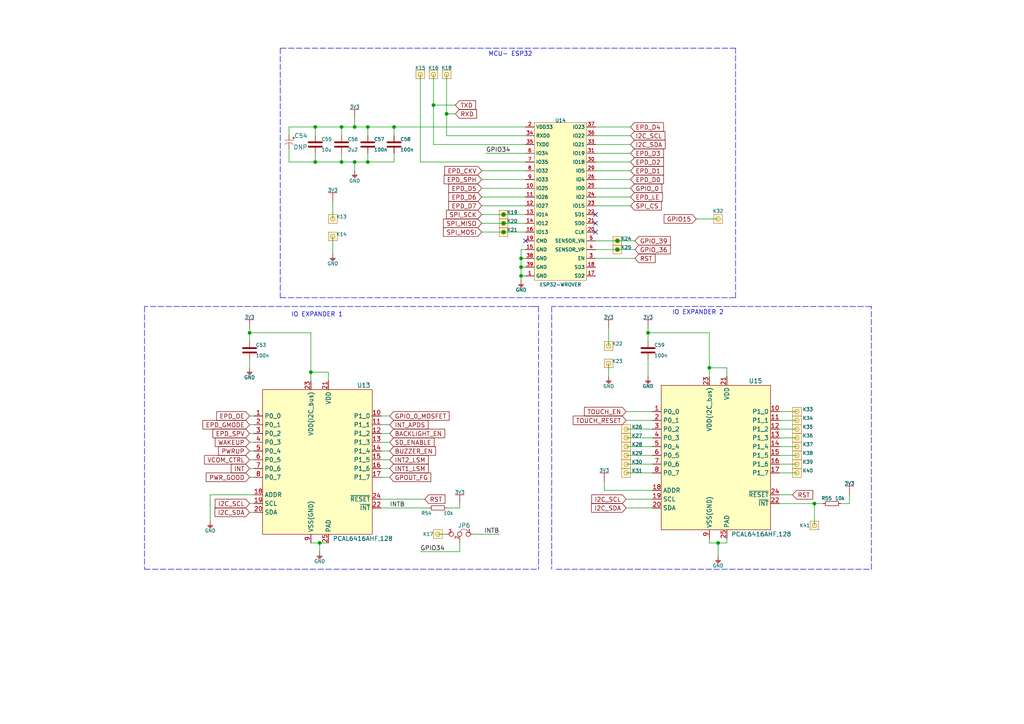
<source format=kicad_sch>
(kicad_sch (version 20211123) (generator eeschema)
  (paper "A4")
  (title_block (title "Soldered Inkplate 4 TEMPERA with glass panel") (date "2023-11-13") (rev "V1.2.0.") (company "SOLDERED") (comment 1 "333308"))
  (lib_symbols
    (symbol "e-radionica.com schematics:0603C" (pin_numbers hide) (pin_names (offset 0.002))
      (property "Reference" "C" (at 0 3.81 0))
      (property "Value" "0603C" (at 0 -3.175 0))
      (symbol "0603C_0_1"
        (polyline (pts (xy -0.635 1.905) (xy -0.635 -1.905)) (stroke (width 0.5)))
        (polyline (pts (xy 0.635 1.905) (xy 0.635 -1.905)) (stroke (width 0.5)))
      )
      (symbol "0603C_1_1"
        (pin passive line (at -2.54 0 0) (length 1.9) (name "~") (number "1"))
        (pin passive line (at 2.54 0 180) (length 1.9) (name "~") (number "2"))
      )
    )
    (symbol "e-radionica.com schematics:0603R" (pin_numbers hide) (pin_names (offset 0.254))
      (property "Reference" "R" (at 0 1.27 0))
      (property "Value" "0603R" (at 0 -1.905 0))
      (symbol "0603R_0_1"
        (rectangle (start -1.905 0.635) (end 1.905 -0.635) (stroke (width 0.15)))
      )
      (symbol "0603R_1_1"
        (pin passive line (at -2.54 0 0) (length 0.63) (name "~") (number "1"))
        (pin passive line (at 2.54 0 180) (length 0.63) (name "~") (number "2"))
      )
    )
    (symbol "e-radionica.com schematics:1206C" (pin_numbers hide)
      (property "Reference" "C" (at 0 3.81 0))
      (property "Value" "1206C" (at 0 -3.175 0))
      (symbol "1206C_0_1"
        (polyline (pts (xy -0.635 1.905) (xy -0.635 -1.905)) (stroke (width 0.5)))
        (polyline (pts (xy 0.635 1.905) (xy 0.635 -1.905)) (stroke (width 0.5)))
      )
      (symbol "1206C_1_1"
        (pin passive line (at -2.54 0 0) (length 1.9) (name "~") (number "1"))
        (pin passive line (at 2.54 0 180) (length 1.9) (name "~") (number "2"))
      )
    )
    (symbol "e-radionica.com schematics:2917C" (pin_numbers hide) (pin_names hide)
      (property "Reference" "C?" (at 0 0 0))
      (property "Value" "2917C" (at 0 0 0))
      (symbol "2917C_0_0"
        (text "+" (at -0.635 -1.27 0) (effects (font (size 1 1))))
      )
      (symbol "2917C_0_1"
        (polyline (pts (xy 0 -3.81) (xy 0 -1.27)) (stroke (width 0.1)))
        (arc (start 1.2699 -1.27) (mid 0.7439 -2.54) (end 1.2699 -3.81) (stroke (width 0.1)))
      )
      (symbol "2917C_1_1"
        (pin input line (at -1.27 -2.54 0) (length 1.27) (name "+") (number "1"))
        (pin input line (at 2.54 -2.54 180) (length 1.8) (name "-") (number "2"))
      )
    )
    (symbol "e-radionica.com schematics:3V3" (power) (pin_names (offset 0))
      (property "Value" "3V3" (at 0 3.556 0))
      (symbol "3V3_0_1"
        (polyline (pts (xy -1.27 2.54) (xy 1.27 2.54)) (stroke (width 0.16)))
        (polyline (pts (xy 0 0) (xy 0 2.54)))
      )
      (symbol "3V3_1_1"
        (pin power_in line (at 0 0 90) (length 0) hide (name "3V3") (number "1"))
      )
    )
    (symbol "e-radionica.com schematics:ESP32-WROVER"
      (property "Reference" "U" (at -6.35 25.4 0))
      (property "Value" "ESP32-WROVER" (at 0 -22.86 0))
      (symbol "ESP32-WROVER_0_1"
        (rectangle (start -7.62 24.13) (end 7.62 -21.59) (stroke (width 0.001)) (fill (type background)))
      )
      (symbol "ESP32-WROVER_1_1"
        (pin power_in line (at -10.16 -20.32 0) (length 2.54) (name "GND") (number "1"))
        (pin bidirectional line (at -10.16 5.08 0) (length 2.54) (name "IO25") (number "10"))
        (pin bidirectional line (at -10.16 2.54 0) (length 2.54) (name "IO26") (number "11"))
        (pin bidirectional line (at -10.16 0 0) (length 2.54) (name "IO27") (number "12"))
        (pin bidirectional line (at -10.16 -2.54 0) (length 2.54) (name "IO14") (number "13"))
        (pin bidirectional line (at -10.16 -5.08 0) (length 2.54) (name "IO12") (number "14"))
        (pin power_in line (at -10.16 -12.7 0) (length 2.54) (name "GND") (number "15"))
        (pin bidirectional line (at -10.16 -7.62 0) (length 2.54) (name "IO13") (number "16"))
        (pin bidirectional line (at 10.16 -20.32 180) (length 2.54) (name "SD2") (number "17"))
        (pin bidirectional line (at 10.16 -17.78 180) (length 2.54) (name "SD3") (number "18"))
        (pin bidirectional line (at -10.16 -10.16 0) (length 2.54) (name "CMD") (number "19"))
        (pin power_in line (at -10.16 22.86 0) (length 2.54) (name "VDD33") (number "2"))
        (pin bidirectional line (at 10.16 -7.62 180) (length 2.54) (name "CLK") (number "20"))
        (pin bidirectional line (at 10.16 -5.08 180) (length 2.54) (name "SD0") (number "21"))
        (pin bidirectional line (at 10.16 -2.54 180) (length 2.54) (name "SD1") (number "22"))
        (pin bidirectional line (at 10.16 0 180) (length 2.54) (name "IO15") (number "23"))
        (pin bidirectional line (at 10.16 2.54 180) (length 2.54) (name "IO2") (number "24"))
        (pin bidirectional line (at 10.16 5.08 180) (length 2.54) (name "IO0") (number "25"))
        (pin bidirectional line (at 10.16 7.62 180) (length 2.54) (name "IO4") (number "26"))
        (pin bidirectional line (at 10.16 10.16 180) (length 2.54) (name "IO5") (number "29"))
        (pin bidirectional line (at 10.16 -15.24 180) (length 2.54) (name "EN") (number "3"))
        (pin bidirectional line (at 10.16 12.7 180) (length 2.54) (name "IO18") (number "30"))
        (pin bidirectional line (at 10.16 15.24 180) (length 2.54) (name "IO19") (number "31"))
        (pin bidirectional line (at 10.16 17.78 180) (length 2.54) (name "IO21") (number "33"))
        (pin bidirectional line (at -10.16 20.32 0) (length 2.54) (name "RXD0") (number "34"))
        (pin bidirectional line (at -10.16 17.78 0) (length 2.54) (name "TXD0") (number "35"))
        (pin bidirectional line (at 10.16 20.32 180) (length 2.54) (name "IO22") (number "36"))
        (pin bidirectional line (at 10.16 22.86 180) (length 2.54) (name "IO23") (number "37"))
        (pin power_in line (at -10.16 -15.24 0) (length 2.54) (name "GND") (number "38"))
        (pin power_in line (at -10.16 -17.78 0) (length 2.54) (name "GND") (number "39"))
        (pin bidirectional line (at 10.16 -12.7 180) (length 2.54) (name "SENSOR_VP") (number "4"))
        (pin bidirectional line (at 10.16 -10.16 180) (length 2.54) (name "SENSOR_VN") (number "5"))
        (pin bidirectional line (at -10.16 15.24 0) (length 2.54) (name "IO34") (number "6"))
        (pin bidirectional line (at -10.16 12.7 0) (length 2.54) (name "IO35") (number "7"))
        (pin bidirectional line (at -10.16 10.16 0) (length 2.54) (name "IO32") (number "8"))
        (pin bidirectional line (at -10.16 7.62 0) (length 2.54) (name "IO33") (number "9"))
      )
    )
    (symbol "e-radionica.com schematics:GND" (power) (pin_names (offset 0))
      (property "Value" "GND" (at 0 -2.921 0))
      (symbol "GND_0_1"
        (polyline (pts (xy -0.762 -1.27) (xy 0.762 -1.27)) (stroke (width 0.16)))
        (polyline (pts (xy -0.635 -1.524) (xy 0.635 -1.524)) (stroke (width 0.16)))
        (polyline (pts (xy -0.381 -1.778) (xy 0.381 -1.778)) (stroke (width 0.16)))
        (polyline (pts (xy -0.127 -2.032) (xy 0.127 -2.032)) (stroke (width 0.16)))
        (polyline (pts (xy 0 0) (xy 0 -1.27)) (stroke (width 0.16)))
      )
      (symbol "GND_1_1"
        (pin power_in line (at 0 0 270) (length 0) hide (name "GND") (number "1"))
      )
    )
    (symbol "e-radionica.com schematics:HEADER_MALE_1X1_Inkplate" (pin_numbers hide) (pin_names hide)
      (property "Reference" "K" (at 0 2.54 0))
      (property "Value" "HEADER_MALE_1X1_Inkplate" (at 0 -2.54 0))
      (symbol "HEADER_MALE_1X1_Inkplate_0_1"
        (rectangle (start -1.27 1.27) (end 1.27 -1.27) (stroke (width 0.001)) (fill (type background)))
        (circle (center 0 0) (radius 0.635) (stroke (width 0.0006)))
      )
      (symbol "HEADER_MALE_1X1_Inkplate_1_1"
        (pin passive line (at 0 0 180) (length 0) (name "~") (number "1"))
      )
    )
    (symbol "e-radionica.com schematics:PCAL6416AHF,128"
      (property "Reference" "U" (at 1.27 -5.08 0))
      (property "Value" "PCAL6416AHF,128" (at 1.27 0 0))
      (symbol "PCAL6416AHF,128_0_0"
        (rectangle (start -15.24 20.32) (end 16.51 -21.59) (fill (type background)))
        (pin passive line (at 3.81 -24.13 90) (length 2.54) (name "PAD") (number "25"))
      )
      (symbol "PCAL6416AHF,128_1_1"
        (pin passive line (at -17.78 12.7 0) (length 2.54) (name "P0_0") (number "1"))
        (pin passive line (at 19.05 12.7 180) (length 2.54) (name "P1_0") (number "10"))
        (pin passive line (at 19.05 10.16 180) (length 2.54) (name "P1_1") (number "11"))
        (pin passive line (at 19.05 7.62 180) (length 2.54) (name "P1_2") (number "12"))
        (pin passive line (at 19.05 5.08 180) (length 2.54) (name "P1_3") (number "13"))
        (pin passive line (at 19.05 2.54 180) (length 2.54) (name "P1_4") (number "14"))
        (pin passive line (at 19.05 0 180) (length 2.54) (name "P1_5") (number "15"))
        (pin passive line (at 19.05 -2.54 180) (length 2.54) (name "P1_6") (number "16"))
        (pin passive line (at 19.05 -5.08 180) (length 2.54) (name "P1_7") (number "17"))
        (pin passive line (at -17.78 -10.16 0) (length 2.54) (name "ADDR") (number "18"))
        (pin passive line (at -17.78 -12.7 0) (length 2.54) (name "SCL") (number "19"))
        (pin passive line (at -17.78 10.16 0) (length 2.54) (name "P0_1") (number "2"))
        (pin passive line (at -17.78 -15.24 0) (length 2.54) (name "SDA") (number "20"))
        (pin passive line (at 3.81 22.86 270) (length 2.54) (name "VDD") (number "21"))
        (pin passive line (at 19.05 -13.97 180) (length 2.54) (name "~{INT}") (number "22"))
        (pin passive line (at -1.27 22.86 270) (length 2.54) (name "VDD(I2C_bus)") (number "23"))
        (pin passive line (at 19.05 -11.43 180) (length 2.54) (name "~{RESET}") (number "24"))
        (pin passive line (at -17.78 7.62 0) (length 2.54) (name "P0_2") (number "3"))
        (pin passive line (at -17.78 5.08 0) (length 2.54) (name "P0_3") (number "4"))
        (pin passive line (at -17.78 2.54 0) (length 2.54) (name "P0_4") (number "5"))
        (pin passive line (at -17.78 0 0) (length 2.54) (name "P0_5") (number "6"))
        (pin passive line (at -17.78 -2.54 0) (length 2.54) (name "P0_6") (number "7"))
        (pin passive line (at -17.78 -5.08 0) (length 2.54) (name "P0_7") (number "8"))
        (pin passive line (at -1.27 -24.13 90) (length 2.54) (name "VSS(GND)") (number "9"))
      )
    )
    (symbol "e-radionica.com schematics:SMD_JUMPER_3_PAD_CONNECTED_LEFT_TRACE"
      (property "Reference" "JP" (at 0 2.413 0))
      (symbol "SMD_JUMPER_3_PAD_CONNECTED_LEFT_TRACE_0_1"
        (arc (start 0 0.635) (mid -1.2065 1.4342) (end -2.413 0.635) (stroke (width 0.1)))
      )
      (symbol "SMD_JUMPER_3_PAD_CONNECTED_LEFT_TRACE_1_1"
        (pin passive inverted (at -3.81 0 0) (length 2) (name "") (number "1"))
        (pin passive inverted (at 0 -2.54 90) (length 3.2) (name "") (number "2"))
        (pin passive inverted (at 3.81 0 180) (length 2) (name "") (number "3"))
      )
    )
  )
  (junction (at 205.74 106.68))
  (junction (at 92.71 157.48))
  (junction (at 179.07 72.39))
  (junction (at 146.05 67.31))
  (junction (at 106.68 46.99))
  (junction (at 151.13 77.47))
  (junction (at 91.44 46.99))
  (junction (at 90.17 107.95))
  (junction (at 91.44 36.83))
  (junction (at 72.39 96.52))
  (junction (at 102.87 36.83))
  (junction (at 125.73 30.48))
  (junction (at 146.05 62.23))
  (junction (at 129.54 33.02))
  (junction (at 106.68 36.83))
  (junction (at 236.22 146.05))
  (junction (at 146.05 64.77))
  (junction (at 114.3 36.83))
  (junction (at 102.87 46.99))
  (junction (at 99.06 36.83))
  (junction (at 151.13 74.93))
  (junction (at 151.13 80.01))
  (junction (at 179.07 69.85))
  (junction (at 99.06 46.99))
  (junction (at 187.96 96.52))
  (junction (at 208.28 157.48))
  (no_connect (at 172.72 62.23))
  (no_connect (at 152.4 69.85))
  (no_connect (at 172.72 64.77))
  (no_connect (at 172.72 67.31))
  (polyline (pts (xy 213.36 13.97) (xy 81.28 13.97)))
  (wire (pts (xy 189.23 124.46) (xy 181.61 124.46)))
  (wire (pts (xy 110.49 130.81) (xy 113.03 130.81)))
  (wire (pts (xy 236.22 146.05) (xy 238.76 146.05)))
  (polyline (pts (xy 252.73 165.1) (xy 252.73 88.9)))
  (wire (pts (xy 110.49 138.43) (xy 113.03 138.43)))
  (wire (pts (xy 146.05 64.77) (xy 152.4 64.77)))
  (wire (pts (xy 175.26 139.7) (xy 175.26 142.24)))
  (wire (pts (xy 226.06 129.54) (xy 231.14 129.54)))
  (wire (pts (xy 72.39 120.65) (xy 73.66 120.65)))
  (wire (pts (xy 137.16 154.94) (xy 144.78 154.94)))
  (wire (pts (xy 176.53 95.25) (xy 176.53 100.33)))
  (wire (pts (xy 99.06 46.99) (xy 102.87 46.99)))
  (wire (pts (xy 83.82 43.18) (xy 83.82 46.99)))
  (wire (pts (xy 102.87 36.83) (xy 106.68 36.83)))
  (wire (pts (xy 172.72 41.91) (xy 182.88 41.91)))
  (wire (pts (xy 226.06 134.62) (xy 231.14 134.62)))
  (wire (pts (xy 72.39 133.35) (xy 73.66 133.35)))
  (wire (pts (xy 72.39 130.81) (xy 73.66 130.81)))
  (wire (pts (xy 187.96 95.25) (xy 187.96 96.52)))
  (wire (pts (xy 102.87 46.99) (xy 106.68 46.99)))
  (wire (pts (xy 181.61 147.32) (xy 189.23 147.32)))
  (wire (pts (xy 110.49 125.73) (xy 113.03 125.73)))
  (wire (pts (xy 179.07 72.39) (xy 184.15 72.39)))
  (wire (pts (xy 121.92 160.02) (xy 133.35 160.02)))
  (wire (pts (xy 99.06 44.45) (xy 99.06 46.99)))
  (wire (pts (xy 129.54 39.37) (xy 152.4 39.37)))
  (wire (pts (xy 102.87 34.29) (xy 102.87 36.83)))
  (wire (pts (xy 226.06 143.51) (xy 229.87 143.51)))
  (wire (pts (xy 114.3 36.83) (xy 114.3 39.37)))
  (wire (pts (xy 187.96 99.06) (xy 187.96 96.52)))
  (wire (pts (xy 90.17 107.95) (xy 90.17 110.49)))
  (wire (pts (xy 133.35 147.32) (xy 129.54 147.32)))
  (wire (pts (xy 226.06 121.92) (xy 231.14 121.92)))
  (polyline (pts (xy 161.29 165.1) (xy 252.73 165.1)))
  (wire (pts (xy 91.44 44.45) (xy 91.44 46.99)))
  (wire (pts (xy 172.72 72.39) (xy 179.07 72.39)))
  (wire (pts (xy 172.72 69.85) (xy 179.07 69.85)))
  (wire (pts (xy 181.61 134.62) (xy 189.23 134.62)))
  (wire (pts (xy 205.74 106.68) (xy 205.74 96.52)))
  (wire (pts (xy 72.39 96.52) (xy 72.39 99.06)))
  (wire (pts (xy 172.72 59.69) (xy 182.88 59.69)))
  (wire (pts (xy 181.61 144.78) (xy 189.23 144.78)))
  (wire (pts (xy 172.72 54.61) (xy 182.88 54.61)))
  (wire (pts (xy 246.38 146.05) (xy 246.38 143.51)))
  (wire (pts (xy 72.39 138.43) (xy 73.66 138.43)))
  (wire (pts (xy 106.68 39.37) (xy 106.68 36.83)))
  (wire (pts (xy 110.49 133.35) (xy 113.03 133.35)))
  (wire (pts (xy 73.66 143.51) (xy 60.96 143.51)))
  (wire (pts (xy 172.72 44.45) (xy 182.88 44.45)))
  (wire (pts (xy 187.96 96.52) (xy 205.74 96.52)))
  (wire (pts (xy 72.39 104.14) (xy 72.39 106.68)))
  (wire (pts (xy 139.7 54.61) (xy 152.4 54.61)))
  (wire (pts (xy 96.52 68.58) (xy 96.52 73.66)))
  (wire (pts (xy 129.54 33.02) (xy 132.08 33.02)))
  (wire (pts (xy 179.07 69.85) (xy 184.15 69.85)))
  (wire (pts (xy 146.05 67.31) (xy 152.4 67.31)))
  (polyline (pts (xy 41.91 165.1) (xy 156.21 165.1)))
  (wire (pts (xy 129.54 21.59) (xy 129.54 33.02)))
  (wire (pts (xy 181.61 121.92) (xy 189.23 121.92)))
  (wire (pts (xy 124.46 147.32) (xy 110.49 147.32)))
  (wire (pts (xy 210.82 109.22) (xy 210.82 106.68)))
  (wire (pts (xy 72.39 123.19) (xy 73.66 123.19)))
  (wire (pts (xy 106.68 44.45) (xy 106.68 46.99)))
  (wire (pts (xy 72.39 146.05) (xy 73.66 146.05)))
  (wire (pts (xy 172.72 74.93) (xy 184.15 74.93)))
  (wire (pts (xy 181.61 132.08) (xy 189.23 132.08)))
  (wire (pts (xy 139.7 67.31) (xy 146.05 67.31)))
  (wire (pts (xy 72.39 128.27) (xy 73.66 128.27)))
  (wire (pts (xy 189.23 142.24) (xy 175.26 142.24)))
  (wire (pts (xy 210.82 157.48) (xy 208.28 157.48)))
  (wire (pts (xy 226.06 137.16) (xy 231.14 137.16)))
  (polyline (pts (xy 154.94 88.9) (xy 41.91 88.9)))
  (wire (pts (xy 151.13 74.93) (xy 151.13 77.47)))
  (wire (pts (xy 139.7 52.07) (xy 152.4 52.07)))
  (wire (pts (xy 72.39 135.89) (xy 73.66 135.89)))
  (wire (pts (xy 95.25 110.49) (xy 95.25 107.95)))
  (wire (pts (xy 151.13 80.01) (xy 151.13 81.28)))
  (wire (pts (xy 102.87 36.83) (xy 99.06 36.83)))
  (wire (pts (xy 146.05 62.23) (xy 152.4 62.23)))
  (wire (pts (xy 140.97 44.45) (xy 152.4 44.45)))
  (wire (pts (xy 151.13 77.47) (xy 152.4 77.47)))
  (polyline (pts (xy 81.28 13.97) (xy 81.28 86.36)))
  (wire (pts (xy 133.35 146.05) (xy 133.35 147.32)))
  (wire (pts (xy 139.7 59.69) (xy 152.4 59.69)))
  (wire (pts (xy 60.96 143.51) (xy 60.96 151.13)))
  (wire (pts (xy 72.39 148.59) (xy 73.66 148.59)))
  (wire (pts (xy 210.82 156.21) (xy 210.82 157.48)))
  (wire (pts (xy 114.3 36.83) (xy 152.4 36.83)))
  (wire (pts (xy 172.72 49.53) (xy 182.88 49.53)))
  (wire (pts (xy 210.82 106.68) (xy 205.74 106.68)))
  (wire (pts (xy 106.68 36.83) (xy 114.3 36.83)))
  (wire (pts (xy 113.03 123.19) (xy 110.49 123.19)))
  (wire (pts (xy 121.92 46.99) (xy 121.92 21.59)))
  (wire (pts (xy 106.68 46.99) (xy 114.3 46.99)))
  (wire (pts (xy 181.61 137.16) (xy 189.23 137.16)))
  (wire (pts (xy 110.49 144.78) (xy 123.19 144.78)))
  (wire (pts (xy 187.96 104.14) (xy 187.96 109.22)))
  (wire (pts (xy 172.72 36.83) (xy 182.88 36.83)))
  (wire (pts (xy 139.7 57.15) (xy 152.4 57.15)))
  (wire (pts (xy 72.39 96.52) (xy 90.17 96.52)))
  (wire (pts (xy 83.82 36.83) (xy 91.44 36.83)))
  (wire (pts (xy 139.7 62.23) (xy 146.05 62.23)))
  (wire (pts (xy 201.93 63.5) (xy 208.28 63.5)))
  (wire (pts (xy 151.13 74.93) (xy 152.4 74.93)))
  (wire (pts (xy 129.54 33.02) (xy 129.54 39.37)))
  (wire (pts (xy 152.4 41.91) (xy 125.73 41.91)))
  (wire (pts (xy 208.28 157.48) (xy 208.28 161.29)))
  (wire (pts (xy 90.17 96.52) (xy 90.17 107.95)))
  (wire (pts (xy 172.72 46.99) (xy 182.88 46.99)))
  (wire (pts (xy 125.73 30.48) (xy 125.73 41.91)))
  (wire (pts (xy 99.06 36.83) (xy 91.44 36.83)))
  (wire (pts (xy 90.17 157.48) (xy 92.71 157.48)))
  (wire (pts (xy 83.82 46.99) (xy 91.44 46.99)))
  (wire (pts (xy 102.87 46.99) (xy 102.87 49.53)))
  (wire (pts (xy 95.25 157.48) (xy 92.71 157.48)))
  (wire (pts (xy 172.72 57.15) (xy 182.88 57.15)))
  (polyline (pts (xy 156.21 88.9) (xy 156.21 165.1)))
  (polyline (pts (xy 160.02 88.9) (xy 160.02 165.1)))
  (wire (pts (xy 226.06 124.46) (xy 231.14 124.46)))
  (wire (pts (xy 125.73 30.48) (xy 132.08 30.48)))
  (wire (pts (xy 110.49 120.65) (xy 113.03 120.65)))
  (polyline (pts (xy 154.94 88.9) (xy 156.21 88.9)))
  (wire (pts (xy 83.82 39.37) (xy 83.82 36.83)))
  (polyline (pts (xy 41.91 88.9) (xy 41.91 165.1)))
  (wire (pts (xy 113.03 135.89) (xy 110.49 135.89)))
  (wire (pts (xy 226.06 127) (xy 231.14 127)))
  (polyline (pts (xy 81.28 86.36) (xy 213.36 86.36)))
  (wire (pts (xy 176.53 105.41) (xy 176.53 109.22)))
  (wire (pts (xy 226.06 146.05) (xy 236.22 146.05)))
  (wire (pts (xy 205.74 157.48) (xy 208.28 157.48)))
  (wire (pts (xy 133.35 157.48) (xy 133.35 160.02)))
  (wire (pts (xy 151.13 80.01) (xy 152.4 80.01)))
  (wire (pts (xy 226.06 132.08) (xy 231.14 132.08)))
  (wire (pts (xy 172.72 52.07) (xy 182.88 52.07)))
  (wire (pts (xy 205.74 109.22) (xy 205.74 106.68)))
  (wire (pts (xy 172.72 39.37) (xy 182.88 39.37)))
  (polyline (pts (xy 213.36 86.36) (xy 213.36 13.97)))
  (wire (pts (xy 151.13 77.47) (xy 151.13 80.01)))
  (wire (pts (xy 72.39 95.25) (xy 72.39 96.52)))
  (wire (pts (xy 181.61 129.54) (xy 189.23 129.54)))
  (wire (pts (xy 226.06 119.38) (xy 231.14 119.38)))
  (wire (pts (xy 91.44 46.99) (xy 99.06 46.99)))
  (wire (pts (xy 95.25 107.95) (xy 90.17 107.95)))
  (wire (pts (xy 152.4 46.99) (xy 121.92 46.99)))
  (polyline (pts (xy 252.73 88.9) (xy 160.02 88.9)))
  (wire (pts (xy 236.22 152.4) (xy 236.22 146.05)))
  (wire (pts (xy 139.7 49.53) (xy 152.4 49.53)))
  (wire (pts (xy 243.84 146.05) (xy 246.38 146.05)))
  (wire (pts (xy 127 154.94) (xy 129.54 154.94)))
  (wire (pts (xy 96.52 58.42) (xy 96.52 63.5)))
  (wire (pts (xy 99.06 36.83) (xy 99.06 39.37)))
  (wire (pts (xy 114.3 44.45) (xy 114.3 46.99)))
  (wire (pts (xy 205.74 156.21) (xy 205.74 157.48)))
  (wire (pts (xy 181.61 127) (xy 189.23 127)))
  (wire (pts (xy 139.7 64.77) (xy 146.05 64.77)))
  (wire (pts (xy 91.44 36.83) (xy 91.44 39.37)))
  (wire (pts (xy 151.13 72.39) (xy 151.13 74.93)))
  (wire (pts (xy 181.61 119.38) (xy 189.23 119.38)))
  (wire (pts (xy 92.71 157.48) (xy 92.71 160.02)))
  (wire (pts (xy 152.4 72.39) (xy 151.13 72.39)))
  (wire (pts (xy 125.73 21.59) (xy 125.73 30.48)))
  (wire (pts (xy 110.49 128.27) (xy 113.03 128.27)))
  (wire (pts (xy 72.39 125.73) (xy 73.66 125.73)))
  (text "IO EXPANDER 1" (at 84.455 92.075 0) (effects (font (size 1.27 1.27)) (justify left bottom)))
  (text "MCU- ESP32" (at 141.605 16.51 0) (effects (font (size 1.27 1.27)) (justify left bottom)))
  (text "IO EXPANDER 2" (at 194.945 91.44 0) (effects (font (size 1.27 1.27)) (justify left bottom)))
  (label "GPIO34" (at 121.92 160.02 0))
  (label "INTB" (at 144.78 154.94 180))
  (label "INTB" (at 113.03 147.32 0))
  (label "GPIO34" (at 140.97 44.45 0))
  (global_label "EPD_OE" (shape input) (at 72.39 120.65 180) (property "Intersheet References" "${INTERSHEET_REFS}" (effects hide)))
  (global_label "RST" (shape input) (at 229.87 143.51 0) (property "Intersheet References" "${INTERSHEET_REFS}" (effects hide)))
  (global_label "I2C_SDA" (shape input) (at 181.61 147.32 180) (property "Intersheet References" "${INTERSHEET_REFS}" (effects hide)))
  (global_label "RXD" (shape input) (at 132.08 33.02 0) (property "Intersheet References" "${INTERSHEET_REFS}" (effects hide)))
  (global_label "RST" (shape input) (at 184.15 74.93 0) (property "Intersheet References" "${INTERSHEET_REFS}" (effects hide)))
  (global_label "I2C_SDA" (shape input) (at 72.39 148.59 180) (property "Intersheet References" "${INTERSHEET_REFS}" (effects hide)))
  (global_label "EPD_D0" (shape input) (at 182.88 52.07 0) (property "Intersheet References" "${INTERSHEET_REFS}" (effects hide)))
  (global_label "EPD_D6" (shape input) (at 139.7 57.15 180) (property "Intersheet References" "${INTERSHEET_REFS}" (effects hide)))
  (global_label "WAKEUP" (shape input) (at 72.39 128.27 180) (property "Intersheet References" "${INTERSHEET_REFS}" (effects hide)))
  (global_label "EPD_CKV" (shape input) (at 139.7 49.53 180) (property "Intersheet References" "${INTERSHEET_REFS}" (effects hide)))
  (global_label "TOUCH_EN" (shape input) (at 181.61 119.38 180) (property "Intersheet References" "${INTERSHEET_REFS}" (effects hide)))
  (global_label "I2C_SCL" (shape input) (at 181.61 144.78 180) (property "Intersheet References" "${INTERSHEET_REFS}" (effects hide)))
  (global_label "EPD_SPV" (shape input) (at 72.39 125.73 180) (property "Intersheet References" "${INTERSHEET_REFS}" (effects hide)))
  (global_label "SPI_MOSI" (shape input) (at 139.7 67.31 180) (property "Intersheet References" "${INTERSHEET_REFS}" (effects hide)))
  (global_label "SD_ENABLE" (shape input) (at 113.03 128.27 0) (property "Intersheet References" "${INTERSHEET_REFS}" (effects hide)))
  (global_label "GPIO_39" (shape input) (at 184.15 69.85 0) (property "Intersheet References" "${INTERSHEET_REFS}" (effects hide)))
  (global_label "EPD_D1" (shape input) (at 182.88 49.53 0) (property "Intersheet References" "${INTERSHEET_REFS}" (effects hide)))
  (global_label "GPOUT_FG" (shape input) (at 113.03 138.43 0) (property "Intersheet References" "${INTERSHEET_REFS}" (effects hide)))
  (global_label "INT1_LSM" (shape input) (at 113.03 135.89 0) (property "Intersheet References" "${INTERSHEET_REFS}" (effects hide)))
  (global_label "I2C_SCL" (shape input) (at 182.88 39.37 0) (property "Intersheet References" "${INTERSHEET_REFS}" (effects hide)))
  (global_label "TXD" (shape input) (at 132.08 30.48 0) (property "Intersheet References" "${INTERSHEET_REFS}" (effects hide)))
  (global_label "EPD_D4" (shape input) (at 182.88 36.83 0) (property "Intersheet References" "${INTERSHEET_REFS}" (effects hide)))
  (global_label "EPD_SPH" (shape input) (at 139.7 52.07 180) (property "Intersheet References" "${INTERSHEET_REFS}" (effects hide)))
  (global_label "I2C_SDA" (shape input) (at 182.88 41.91 0) (property "Intersheet References" "${INTERSHEET_REFS}" (effects hide)))
  (global_label "EPD_D7" (shape input) (at 139.7 59.69 180) (property "Intersheet References" "${INTERSHEET_REFS}" (effects hide)))
  (global_label "GPIO15" (shape input) (at 201.93 63.5 180) (property "Intersheet References" "${INTERSHEET_REFS}" (effects hide)))
  (global_label "GPIO_0_MOSFET" (shape input) (at 113.03 120.65 0) (property "Intersheet References" "${INTERSHEET_REFS}" (effects hide)))
  (global_label "GPIO_0" (shape input) (at 182.88 54.61 0) (property "Intersheet References" "${INTERSHEET_REFS}" (effects hide)))
  (global_label "EPD_D5" (shape input) (at 139.7 54.61 180) (property "Intersheet References" "${INTERSHEET_REFS}" (effects hide)))
  (global_label "RST" (shape input) (at 123.19 144.78 0) (property "Intersheet References" "${INTERSHEET_REFS}" (effects hide)))
  (global_label "EPD_D3" (shape input) (at 182.88 44.45 0) (property "Intersheet References" "${INTERSHEET_REFS}" (effects hide)))
  (global_label "BUZZER_EN" (shape input) (at 113.03 130.81 0) (property "Intersheet References" "${INTERSHEET_REFS}" (effects hide)))
  (global_label "I2C_SCL" (shape input) (at 72.39 146.05 180) (property "Intersheet References" "${INTERSHEET_REFS}" (effects hide)))
  (global_label "SPI_CS" (shape input) (at 182.88 59.69 0) (property "Intersheet References" "${INTERSHEET_REFS}" (effects hide)))
  (global_label "GPIO_36" (shape input) (at 184.15 72.39 0) (property "Intersheet References" "${INTERSHEET_REFS}" (effects hide)))
  (global_label "INT2_LSM" (shape input) (at 113.03 133.35 0) (property "Intersheet References" "${INTERSHEET_REFS}" (effects hide)))
  (global_label "TOUCH_RESET" (shape input) (at 181.61 121.92 180) (property "Intersheet References" "${INTERSHEET_REFS}" (effects hide)))
  (global_label "SPI_MISO" (shape input) (at 139.7 64.77 180) (property "Intersheet References" "${INTERSHEET_REFS}" (effects hide)))
  (global_label "EPD_D2" (shape input) (at 182.88 46.99 0) (property "Intersheet References" "${INTERSHEET_REFS}" (effects hide)))
  (global_label "EPD_LE" (shape input) (at 182.88 57.15 0) (property "Intersheet References" "${INTERSHEET_REFS}" (effects hide)))
  (global_label "VCOM_CTRL" (shape input) (at 72.39 133.35 180) (property "Intersheet References" "${INTERSHEET_REFS}" (effects hide)))
  (global_label "EPD_GMODE" (shape input) (at 72.39 123.19 180) (property "Intersheet References" "${INTERSHEET_REFS}" (effects hide)))
  (global_label "INT" (shape input) (at 72.39 135.89 180) (property "Intersheet References" "${INTERSHEET_REFS}" (effects hide)))
  (global_label "PWR_GOOD" (shape input) (at 72.39 138.43 180) (property "Intersheet References" "${INTERSHEET_REFS}" (effects hide)))
  (global_label "BACKLIGHT_EN" (shape input) (at 113.03 125.73 0) (property "Intersheet References" "${INTERSHEET_REFS}" (effects hide)))
  (global_label "PWRUP" (shape input) (at 72.39 130.81 180) (property "Intersheet References" "${INTERSHEET_REFS}" (effects hide)))
  (global_label "SPI_SCK" (shape input) (at 139.7 62.23 180) (property "Intersheet References" "${INTERSHEET_REFS}" (effects hide)))
  (global_label "INT_APDS" (shape input) (at 113.03 123.19 0) (property "Intersheet References" "${INTERSHEET_REFS}" (effects hide)))
  (symbol (lib_id "e-radionica.com schematics:3V3") (at 176.53 95.25 0) (unit 1)
    (property "Reference" "#PWR0152" (effects hide))
    (property "Value" "3V3" (at 176.53 91.948 0) (effects (font (size 1 1))))
  )
  (symbol (lib_id "e-radionica.com schematics:3V3") (at 102.87 34.29 0) (unit 1)
    (property "Reference" "#PWR0147" (effects hide))
    (property "Value" "3V3" (at 102.87 30.988 0) (effects (font (size 1 1))))
  )
  (symbol (lib_id "e-radionica.com schematics:HEADER_MALE_1X1_Inkplate") (at 181.61 127 0) (unit 1)
    (property "Reference" "K27" (at 184.785 126.365 0) (effects (font (size 1 1))))
    (property "Value" "HEADER_MALE_1X1_Inkplate" (effects hide))
    (property "Footprint" "e-radionica.com footprinti:HEADER_MALE_1X1_Inkplate" (effects hide))
  )
  (symbol (lib_id "e-radionica.com schematics:HEADER_MALE_1X1_Inkplate") (at 231.14 121.92 0) (unit 1)
    (property "Reference" "K34" (at 234.315 121.285 0) (effects (font (size 1 1))))
    (property "Value" "HEADER_MALE_1X1_Inkplate" (effects hide))
    (property "Footprint" "e-radionica.com footprinti:HEADER_MALE_1X1_Inkplate" (effects hide))
  )
  (symbol (lib_id "e-radionica.com schematics:2917C") (at 86.36 40.64 270) (unit 1)
    (property "Reference" "C54" (at 85.344 39.37 90) (effects (justify left)))
    (property "Value" "DNP" (at 85.09 42.672 90) (effects (justify left)))
    (property "Footprint" "e-radionica.com footprinti:2917C" (effects hide))
  )
  (symbol (lib_id "e-radionica.com schematics:0603C") (at 99.06 41.91 90) (unit 1)
    (property "Reference" "C56" (at 100.838 40.386 90) (effects (font (size 1 1)) (justify right)))
    (property "Value" "2u2" (at 100.838 43.434 90) (effects (font (size 1 1)) (justify right)))
    (property "Footprint" "e-radionica.com footprinti:0603C" (effects hide))
  )
  (symbol (lib_id "e-radionica.com schematics:GND") (at 151.13 81.28 0) (unit 1)
    (property "Reference" "#PWR0150" (effects hide))
    (property "Value" "GND" (at 151.13 84.074 0) (effects (font (size 1 1))))
  )
  (symbol (lib_id "e-radionica.com schematics:HEADER_MALE_1X1_Inkplate") (at 127 154.94 0) (unit 1)
    (property "Reference" "K17" (at 124.206 154.94 0) (effects (font (size 1 1))))
    (property "Value" "HEADER_MALE_1X1_Inkplate" (effects hide))
    (property "Footprint" "e-radionica.com footprinti:HEADER_MALE_1X1_Inkplate" (effects hide))
  )
  (symbol (lib_id "e-radionica.com schematics:GND") (at 72.39 106.68 0) (unit 1)
    (property "Reference" "#PWR0143" (effects hide))
    (property "Value" "GND" (at 72.39 109.474 0) (effects (font (size 1 1))))
  )
  (symbol (lib_id "e-radionica.com schematics:3V3") (at 175.26 139.7 0) (unit 1)
    (property "Reference" "#PWR0151" (effects hide))
    (property "Value" "3V3" (at 175.26 136.398 0) (effects (font (size 1 1))))
  )
  (symbol (lib_id "e-radionica.com schematics:0603C") (at 187.96 101.6 90) (unit 1)
    (property "Reference" "C59" (at 189.738 100.076 90) (effects (font (size 1 1)) (justify right)))
    (property "Value" "100n" (at 189.738 103.124 90) (effects (font (size 1 1)) (justify right)))
    (property "Footprint" "e-radionica.com footprinti:0603C" (effects hide))
  )
  (symbol (lib_id "e-radionica.com schematics:HEADER_MALE_1X1_Inkplate") (at 231.14 137.16 0) (unit 1)
    (property "Reference" "K40" (at 234.315 136.525 0) (effects (font (size 1 1))))
    (property "Value" "HEADER_MALE_1X1_Inkplate" (effects hide))
    (property "Footprint" "e-radionica.com footprinti:HEADER_MALE_1X1_Inkplate" (effects hide))
  )
  (symbol (lib_id "e-radionica.com schematics:HEADER_MALE_1X1_Inkplate") (at 231.14 132.08 0) (unit 1)
    (property "Reference" "K38" (at 234.315 131.445 0) (effects (font (size 1 1))))
    (property "Value" "HEADER_MALE_1X1_Inkplate" (effects hide))
    (property "Footprint" "e-radionica.com footprinti:HEADER_MALE_1X1_Inkplate" (effects hide))
  )
  (symbol (lib_id "e-radionica.com schematics:HEADER_MALE_1X1_Inkplate") (at 231.14 127 0) (unit 1)
    (property "Reference" "K36" (at 234.315 126.365 0) (effects (font (size 1 1))))
    (property "Value" "HEADER_MALE_1X1_Inkplate" (effects hide))
    (property "Footprint" "e-radionica.com footprinti:HEADER_MALE_1X1_Inkplate" (effects hide))
  )
  (symbol (lib_id "e-radionica.com schematics:HEADER_MALE_1X1_Inkplate") (at 181.61 137.16 0) (unit 1)
    (property "Reference" "K31" (at 184.785 136.525 0) (effects (font (size 1 1))))
    (property "Value" "HEADER_MALE_1X1_Inkplate" (effects hide))
    (property "Footprint" "e-radionica.com footprinti:HEADER_MALE_1X1_Inkplate" (effects hide))
  )
  (symbol (lib_id "e-radionica.com schematics:GND") (at 208.28 161.29 0) (unit 1)
    (property "Reference" "#PWR0156" (effects hide))
    (property "Value" "GND" (at 208.28 164.084 0) (effects (font (size 1 1))))
  )
  (symbol (lib_id "e-radionica.com schematics:GND") (at 92.71 160.02 0) (unit 1)
    (property "Reference" "#PWR0144" (effects hide))
    (property "Value" "GND" (at 92.71 162.814 0) (effects (font (size 1 1))))
  )
  (symbol (lib_id "e-radionica.com schematics:GND") (at 60.96 151.13 0) (unit 1)
    (property "Reference" "#PWR0141" (effects hide))
    (property "Value" "GND" (at 60.96 153.924 0) (effects (font (size 1 1))))
  )
  (symbol (lib_id "e-radionica.com schematics:0603R") (at 241.3 146.05 180) (unit 1)
    (property "Reference" "R55" (at 239.776 144.526 0) (effects (font (size 1 1))))
    (property "Value" "10k" (at 243.586 144.526 0) (effects (font (size 1 1))))
    (property "Footprint" "e-radionica.com footprinti:0603R" (effects hide))
  )
  (symbol (lib_id "e-radionica.com schematics:HEADER_MALE_1X1_Inkplate") (at 146.05 67.31 0) (unit 1)
    (property "Reference" "K21" (at 148.59 66.675 0) (effects (font (size 1 1))))
    (property "Value" "HEADER_MALE_1X1_Inkplate" (effects hide))
    (property "Footprint" "e-radionica.com footprinti:HEADER_MALE_1X1_Inkplate" (effects hide))
  )
  (symbol (lib_id "e-radionica.com schematics:HEADER_MALE_1X1_Inkplate") (at 181.61 132.08 0) (unit 1)
    (property "Reference" "K29" (at 184.785 131.445 0) (effects (font (size 1 1))))
    (property "Value" "HEADER_MALE_1X1_Inkplate" (effects hide))
    (property "Footprint" "e-radionica.com footprinti:HEADER_MALE_1X1_Inkplate" (effects hide))
  )
  (symbol (lib_id "e-radionica.com schematics:0603C") (at 106.68 41.91 90) (unit 1)
    (property "Reference" "C57" (at 108.458 40.386 90) (effects (font (size 1 1)) (justify right)))
    (property "Value" "100n" (at 108.458 43.434 90) (effects (font (size 1 1)) (justify right)))
    (property "Footprint" "e-radionica.com footprinti:0603C" (effects hide))
  )
  (symbol (lib_id "e-radionica.com schematics:3V3") (at 187.96 95.25 0) (unit 1)
    (property "Reference" "#PWR0154" (effects hide))
    (property "Value" "3V3" (at 187.96 91.948 0) (effects (font (size 1 1))))
  )
  (symbol (lib_id "e-radionica.com schematics:PCAL6416AHF,128") (at 207.01 132.08 0) (unit 1)
    (property "Reference" "U15" (at 217.17 110.49 0) (effects (justify left)))
    (property "Value" "PCAL6416AHF,128" (at 212.09 154.94 0) (effects (justify left)))
    (property "Footprint" "e-radionica.com footprinti:PCAL6416AHF,128" (effects hide))
  )
  (symbol (lib_id "e-radionica.com schematics:HEADER_MALE_1X1_Inkplate") (at 146.05 62.23 0) (unit 1)
    (property "Reference" "K19" (at 148.59 61.595 0) (effects (font (size 1 1))))
    (property "Value" "HEADER_MALE_1X1_Inkplate" (effects hide))
    (property "Footprint" "e-radionica.com footprinti:HEADER_MALE_1X1_Inkplate" (effects hide))
  )
  (symbol (lib_id "e-radionica.com schematics:0603C") (at 114.3 41.91 90) (unit 1)
    (property "Reference" "C58" (at 116.078 40.386 90) (effects (font (size 1 1)) (justify right)))
    (property "Value" "100n" (at 116.078 43.434 90) (effects (font (size 1 1)) (justify right)))
    (property "Footprint" "e-radionica.com footprinti:0603C" (effects hide))
  )
  (symbol (lib_id "e-radionica.com schematics:HEADER_MALE_1X1_Inkplate") (at 231.14 129.54 0) (unit 1)
    (property "Reference" "K37" (at 234.315 128.905 0) (effects (font (size 1 1))))
    (property "Value" "HEADER_MALE_1X1_Inkplate" (effects hide))
    (property "Footprint" "e-radionica.com footprinti:HEADER_MALE_1X1_Inkplate" (effects hide))
  )
  (symbol (lib_id "e-radionica.com schematics:3V3") (at 246.38 143.51 0) (unit 1)
    (property "Reference" "#PWR0157" (effects hide))
    (property "Value" "3V3" (at 246.38 140.208 0) (effects (font (size 1 1))))
  )
  (symbol (lib_id "e-radionica.com schematics:HEADER_MALE_1X1_Inkplate") (at 208.28 63.5 0) (unit 1)
    (property "Reference" "K32" (at 208.28 61.214 0) (effects (font (size 1 1))))
    (property "Value" "HEADER_MALE_1X1_Inkplate" (effects hide))
    (property "Footprint" "e-radionica.com footprinti:HEADER_MALE_1X1_Inkplate" (effects hide))
  )
  (symbol (lib_id "e-radionica.com schematics:PCAL6416AHF,128") (at 91.44 133.35 0) (unit 1)
    (property "Reference" "U13" (at 103.505 111.76 0) (effects (justify left)))
    (property "Value" "PCAL6416AHF,128" (at 96.52 156.21 0) (effects (justify left)))
    (property "Footprint" "e-radionica.com footprinti:PCAL6416AHF,128" (effects hide))
  )
  (symbol (lib_id "e-radionica.com schematics:3V3") (at 72.39 95.25 0) (unit 1)
    (property "Reference" "#PWR0142" (effects hide))
    (property "Value" "3V3" (at 72.39 91.948 0) (effects (font (size 1 1))))
  )
  (symbol (lib_id "e-radionica.com schematics:SMD_JUMPER_3_PAD_CONNECTED_LEFT_TRACE") (at 133.35 154.94 0) (mirror y) (unit 1)
    (property "Reference" "JP6" (at 134.62 152.4 0))
    (property "Value" "SMD_JUMPER_3_PAD_CONNECTED_LEFT_TRACE" (effects hide))
    (property "Footprint" "e-radionica.com footprinti:SMD_JUMPER_3_PAD_CONNECTED_LEFT_TRACE" (effects hide))
  )
  (symbol (lib_id "e-radionica.com schematics:GND") (at 187.96 109.22 0) (unit 1)
    (property "Reference" "#PWR0155" (effects hide))
    (property "Value" "GND" (at 187.96 112.014 0) (effects (font (size 1 1))))
  )
  (symbol (lib_id "e-radionica.com schematics:0603R") (at 127 147.32 180) (unit 1)
    (property "Reference" "R54" (at 123.698 148.844 0) (effects (font (size 1 1))))
    (property "Value" "10k" (at 130.048 148.844 0) (effects (font (size 1 1))))
    (property "Footprint" "e-radionica.com footprinti:0603R" (effects hide))
  )
  (symbol (lib_id "e-radionica.com schematics:ESP32-WROVER") (at 162.56 59.69 0) (unit 1)
    (property "Reference" "U14" (at 162.56 34.925 0) (effects (font (size 1 1))))
    (property "Value" "ESP32-WROVER" (at 162.56 82.55 0) (effects (font (size 1 1))))
    (property "Footprint" "e-radionica.com footprinti:ESP32-WROVER" (effects hide))
  )
  (symbol (lib_id "e-radionica.com schematics:HEADER_MALE_1X1_Inkplate") (at 146.05 64.77 0) (unit 1)
    (property "Reference" "K20" (at 148.59 64.135 0) (effects (font (size 1 1))))
    (property "Value" "HEADER_MALE_1X1_Inkplate" (effects hide))
    (property "Footprint" "e-radionica.com footprinti:HEADER_MALE_1X1_Inkplate" (effects hide))
  )
  (symbol (lib_id "e-radionica.com schematics:0603C") (at 72.39 101.6 90) (unit 1)
    (property "Reference" "C53" (at 74.168 100.076 90) (effects (font (size 1 1)) (justify right)))
    (property "Value" "100n" (at 74.168 103.124 90) (effects (font (size 1 1)) (justify right)))
    (property "Footprint" "e-radionica.com footprinti:0603C" (effects hide))
  )
  (symbol (lib_id "e-radionica.com schematics:HEADER_MALE_1X1_Inkplate") (at 121.92 21.59 0) (unit 1)
    (property "Reference" "K15" (at 121.92 19.685 0) (effects (font (size 1 1))))
    (property "Value" "HEADER_MALE_1X1_Inkplate" (effects hide))
    (property "Footprint" "e-radionica.com footprinti:HEADER_MALE_1X1_Inkplate" (effects hide))
  )
  (symbol (lib_id "e-radionica.com schematics:HEADER_MALE_1X1_Inkplate") (at 181.61 124.46 0) (unit 1)
    (property "Reference" "K26" (at 184.785 123.825 0) (effects (font (size 1 1))))
    (property "Value" "HEADER_MALE_1X1_Inkplate" (effects hide))
    (property "Footprint" "e-radionica.com footprinti:HEADER_MALE_1X1_Inkplate" (effects hide))
  )
  (symbol (lib_id "e-radionica.com schematics:HEADER_MALE_1X1_Inkplate") (at 96.52 63.5 0) (unit 1)
    (property "Reference" "K13" (at 99.06 62.865 0) (effects (font (size 1 1))))
    (property "Value" "HEADER_MALE_1X1_Inkplate" (effects hide))
    (property "Footprint" "e-radionica.com footprinti:HEADER_MALE_1X1_Inkplate" (effects hide))
  )
  (symbol (lib_id "e-radionica.com schematics:HEADER_MALE_1X1_Inkplate") (at 181.61 129.54 0) (unit 1)
    (property "Reference" "K28" (at 184.785 128.905 0) (effects (font (size 1 1))))
    (property "Value" "HEADER_MALE_1X1_Inkplate" (effects hide))
    (property "Footprint" "e-radionica.com footprinti:HEADER_MALE_1X1_Inkplate" (effects hide))
  )
  (symbol (lib_id "e-radionica.com schematics:HEADER_MALE_1X1_Inkplate") (at 129.54 21.59 0) (unit 1)
    (property "Reference" "K18" (at 129.54 19.685 0) (effects (font (size 1 1))))
    (property "Value" "HEADER_MALE_1X1_Inkplate" (effects hide))
    (property "Footprint" "e-radionica.com footprinti:HEADER_MALE_1X1_Inkplate" (effects hide))
  )
  (symbol (lib_id "e-radionica.com schematics:HEADER_MALE_1X1_Inkplate") (at 176.53 105.41 0) (unit 1)
    (property "Reference" "K23" (at 179.07 104.775 0) (effects (font (size 1 1))))
    (property "Value" "HEADER_MALE_1X1_Inkplate" (effects hide))
    (property "Footprint" "e-radionica.com footprinti:HEADER_MALE_1X1_Inkplate" (effects hide))
  )
  (symbol (lib_id "e-radionica.com schematics:HEADER_MALE_1X1_Inkplate") (at 181.61 134.62 0) (unit 1)
    (property "Reference" "K30" (at 184.785 133.985 0) (effects (font (size 1 1))))
    (property "Value" "HEADER_MALE_1X1_Inkplate" (effects hide))
    (property "Footprint" "e-radionica.com footprinti:HEADER_MALE_1X1_Inkplate" (effects hide))
  )
  (symbol (lib_id "e-radionica.com schematics:3V3") (at 133.35 146.05 0) (unit 1)
    (property "Reference" "#PWR0149" (effects hide))
    (property "Value" "3V3" (at 133.35 142.748 0) (effects (font (size 1 1))))
  )
  (symbol (lib_id "e-radionica.com schematics:GND") (at 96.52 73.66 0) (unit 1)
    (property "Reference" "#PWR0146" (effects hide))
    (property "Value" "GND" (at 96.52 76.454 0) (effects (font (size 1 1))))
  )
  (symbol (lib_id "e-radionica.com schematics:3V3") (at 96.52 58.42 0) (unit 1)
    (property "Reference" "#PWR0145" (effects hide))
    (property "Value" "3V3" (at 96.52 55.118 0) (effects (font (size 1 1))))
  )
  (symbol (lib_id "e-radionica.com schematics:HEADER_MALE_1X1_Inkplate") (at 231.14 119.38 0) (unit 1)
    (property "Reference" "K33" (at 234.315 118.745 0) (effects (font (size 1 1))))
    (property "Value" "HEADER_MALE_1X1_Inkplate" (effects hide))
    (property "Footprint" "e-radionica.com footprinti:HEADER_MALE_1X1_Inkplate" (effects hide))
  )
  (symbol (lib_id "e-radionica.com schematics:HEADER_MALE_1X1_Inkplate") (at 231.14 134.62 0) (unit 1)
    (property "Reference" "K39" (at 234.315 133.985 0) (effects (font (size 1 1))))
    (property "Value" "HEADER_MALE_1X1_Inkplate" (effects hide))
    (property "Footprint" "e-radionica.com footprinti:HEADER_MALE_1X1_Inkplate" (effects hide))
  )
  (symbol (lib_id "e-radionica.com schematics:HEADER_MALE_1X1_Inkplate") (at 176.53 100.33 0) (unit 1)
    (property "Reference" "K22" (at 179.07 99.695 0) (effects (font (size 1 1))))
    (property "Value" "HEADER_MALE_1X1_Inkplate" (effects hide))
    (property "Footprint" "e-radionica.com footprinti:HEADER_MALE_1X1_Inkplate" (effects hide))
  )
  (symbol (lib_id "e-radionica.com schematics:1206C") (at 91.44 41.91 90) (unit 1)
    (property "Reference" "C55" (at 93.218 40.386 90) (effects (font (size 1 1)) (justify right)))
    (property "Value" "10u" (at 93.218 43.434 90) (effects (font (size 1 1)) (justify right)))
    (property "Footprint" "e-radionica.com footprinti:1206C" (effects hide))
  )
  (symbol (lib_id "e-radionica.com schematics:GND") (at 102.87 49.53 0) (unit 1)
    (property "Reference" "#PWR0148" (effects hide))
    (property "Value" "GND" (at 102.87 52.451 0) (effects (font (size 1 1))))
  )
  (symbol (lib_id "e-radionica.com schematics:HEADER_MALE_1X1_Inkplate") (at 179.07 72.39 0) (unit 1)
    (property "Reference" "K25" (at 181.61 71.755 0) (effects (font (size 1 1))))
    (property "Value" "HEADER_MALE_1X1_Inkplate" (effects hide))
    (property "Footprint" "e-radionica.com footprinti:HEADER_MALE_1X1_Inkplate" (effects hide))
  )
  (symbol (lib_id "e-radionica.com schematics:HEADER_MALE_1X1_Inkplate") (at 236.22 152.4 0) (unit 1)
    (property "Reference" "K41" (at 233.426 152.4 0) (effects (font (size 1 1))))
    (property "Value" "HEADER_MALE_1X1_Inkplate" (effects hide))
    (property "Footprint" "e-radionica.com footprinti:HEADER_MALE_1X1_Inkplate" (effects hide))
  )
  (symbol (lib_id "e-radionica.com schematics:HEADER_MALE_1X1_Inkplate") (at 125.73 21.59 0) (unit 1)
    (property "Reference" "K16" (at 125.73 19.685 0) (effects (font (size 1 1))))
    (property "Value" "HEADER_MALE_1X1_Inkplate" (effects hide))
    (property "Footprint" "e-radionica.com footprinti:HEADER_MALE_1X1_Inkplate" (effects hide))
  )
  (symbol (lib_id "e-radionica.com schematics:HEADER_MALE_1X1_Inkplate") (at 231.14 124.46 0) (unit 1)
    (property "Reference" "K35" (at 234.315 123.825 0) (effects (font (size 1 1))))
    (property "Value" "HEADER_MALE_1X1_Inkplate" (effects hide))
    (property "Footprint" "e-radionica.com footprinti:HEADER_MALE_1X1_Inkplate" (effects hide))
  )
  (symbol (lib_id "e-radionica.com schematics:HEADER_MALE_1X1_Inkplate") (at 179.07 69.85 0) (unit 1)
    (property "Reference" "K24" (at 181.61 69.215 0) (effects (font (size 1 1))))
    (property "Value" "HEADER_MALE_1X1_Inkplate" (effects hide))
    (property "Footprint" "e-radionica.com footprinti:HEADER_MALE_1X1_Inkplate" (effects hide))
  )
  (symbol (lib_id "e-radionica.com schematics:GND") (at 176.53 109.22 0) (unit 1)
    (property "Reference" "#PWR0153" (effects hide))
    (property "Value" "GND" (at 176.53 112.014 0) (effects (font (size 1 1))))
  )
  (symbol (lib_id "e-radionica.com schematics:HEADER_MALE_1X1_Inkplate") (at 96.52 68.58 0) (unit 1)
    (property "Reference" "K14" (at 99.06 67.945 0) (effects (font (size 1 1))))
    (property "Value" "HEADER_MALE_1X1_Inkplate" (effects hide))
    (property "Footprint" "e-radionica.com footprinti:HEADER_MALE_1X1_Inkplate" (effects hide))
  )
)
</source>
